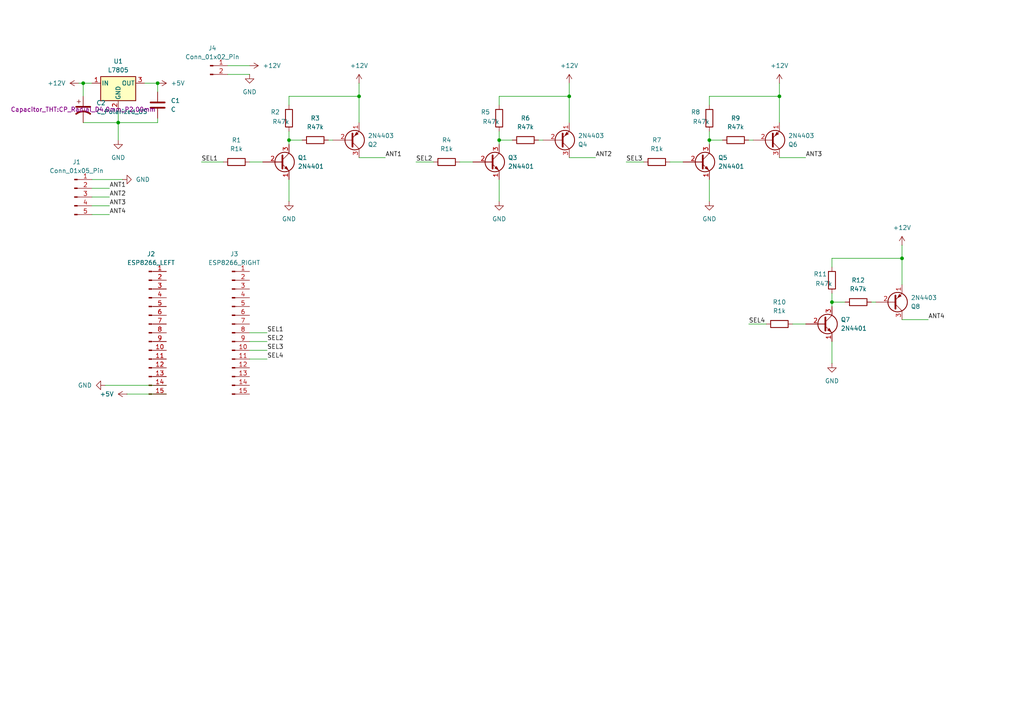
<source format=kicad_sch>
(kicad_sch (version 20231120) (generator "eeschema") (generator_version "8.0")
  (paper "A4")
  (lib_symbols
    (symbol "Connector:Conn_01x02_Pin" (pin_names (offset 1.016) hide)
      (property "Reference" "J" (at 0 2.54 0))
      (property "Value" "Conn_01x02_Pin" (at 0 -5.08 0))
      (symbol "Conn_01x02_Pin_1_1"
        (polyline (pts (xy 1.27 -2.54) (xy 0.8636 -2.54)) (stroke (width 0.1524)))
        (polyline (pts (xy 1.27 0) (xy 0.8636 0)) (stroke (width 0.1524)))
        (rectangle (start 0.8636 -2.413) (end 0 -2.667) (stroke (width 0.1524)) (fill (type outline)))
        (rectangle (start 0.8636 0.127) (end 0 -0.127) (stroke (width 0.1524)) (fill (type outline)))
        (pin passive line (at 5.08 0 180) (length 3.81) (name "Pin_1") (number "1"))
        (pin passive line (at 5.08 -2.54 180) (length 3.81) (name "Pin_2") (number "2"))
      )
    )
    (symbol "Connector:Conn_01x05_Pin" (pin_names (offset 1.016) hide)
      (property "Reference" "J" (at 0 7.62 0))
      (property "Value" "Conn_01x05_Pin" (at 0 -7.62 0))
      (symbol "Conn_01x05_Pin_1_1"
        (polyline (pts (xy 1.27 -5.08) (xy 0.8636 -5.08)) (stroke (width 0.1524)))
        (polyline (pts (xy 1.27 -2.54) (xy 0.8636 -2.54)) (stroke (width 0.1524)))
        (polyline (pts (xy 1.27 0) (xy 0.8636 0)) (stroke (width 0.1524)))
        (polyline (pts (xy 1.27 2.54) (xy 0.8636 2.54)) (stroke (width 0.1524)))
        (polyline (pts (xy 1.27 5.08) (xy 0.8636 5.08)) (stroke (width 0.1524)))
        (rectangle (start 0.8636 -4.953) (end 0 -5.207) (stroke (width 0.1524)) (fill (type outline)))
        (rectangle (start 0.8636 -2.413) (end 0 -2.667) (stroke (width 0.1524)) (fill (type outline)))
        (rectangle (start 0.8636 0.127) (end 0 -0.127) (stroke (width 0.1524)) (fill (type outline)))
        (rectangle (start 0.8636 2.667) (end 0 2.413) (stroke (width 0.1524)) (fill (type outline)))
        (rectangle (start 0.8636 5.207) (end 0 4.953) (stroke (width 0.1524)) (fill (type outline)))
        (pin passive line (at 5.08 5.08 180) (length 3.81) (name "Pin_1") (number "1"))
        (pin passive line (at 5.08 2.54 180) (length 3.81) (name "Pin_2") (number "2"))
        (pin passive line (at 5.08 0 180) (length 3.81) (name "Pin_3") (number "3"))
        (pin passive line (at 5.08 -2.54 180) (length 3.81) (name "Pin_4") (number "4"))
        (pin passive line (at 5.08 -5.08 180) (length 3.81) (name "Pin_5") (number "5"))
      )
    )
    (symbol "Connector:Conn_01x15_Pin" (pin_names (offset 1.016) hide)
      (property "Reference" "J" (at 0 20.32 0))
      (property "Value" "Conn_01x15_Pin" (at 0 -20.32 0))
      (symbol "Conn_01x15_Pin_1_1"
        (polyline (pts (xy 1.27 -17.78) (xy 0.8636 -17.78)) (stroke (width 0.1524)))
        (polyline (pts (xy 1.27 -15.24) (xy 0.8636 -15.24)) (stroke (width 0.1524)))
        (polyline (pts (xy 1.27 -12.7) (xy 0.8636 -12.7)) (stroke (width 0.1524)))
        (polyline (pts (xy 1.27 -10.16) (xy 0.8636 -10.16)) (stroke (width 0.1524)))
        (polyline (pts (xy 1.27 -7.62) (xy 0.8636 -7.62)) (stroke (width 0.1524)))
        (polyline (pts (xy 1.27 -5.08) (xy 0.8636 -5.08)) (stroke (width 0.1524)))
        (polyline (pts (xy 1.27 -2.54) (xy 0.8636 -2.54)) (stroke (width 0.1524)))
        (polyline (pts (xy 1.27 0) (xy 0.8636 0)) (stroke (width 0.1524)))
        (polyline (pts (xy 1.27 2.54) (xy 0.8636 2.54)) (stroke (width 0.1524)))
        (polyline (pts (xy 1.27 5.08) (xy 0.8636 5.08)) (stroke (width 0.1524)))
        (polyline (pts (xy 1.27 7.62) (xy 0.8636 7.62)) (stroke (width 0.1524)))
        (polyline (pts (xy 1.27 10.16) (xy 0.8636 10.16)) (stroke (width 0.1524)))
        (polyline (pts (xy 1.27 12.7) (xy 0.8636 12.7)) (stroke (width 0.1524)))
        (polyline (pts (xy 1.27 15.24) (xy 0.8636 15.24)) (stroke (width 0.1524)))
        (polyline (pts (xy 1.27 17.78) (xy 0.8636 17.78)) (stroke (width 0.1524)))
        (rectangle (start 0.8636 -17.653) (end 0 -17.907) (stroke (width 0.1524)) (fill (type outline)))
        (rectangle (start 0.8636 -15.113) (end 0 -15.367) (stroke (width 0.1524)) (fill (type outline)))
        (rectangle (start 0.8636 -12.573) (end 0 -12.827) (stroke (width 0.1524)) (fill (type outline)))
        (rectangle (start 0.8636 -10.033) (end 0 -10.287) (stroke (width 0.1524)) (fill (type outline)))
        (rectangle (start 0.8636 -7.493) (end 0 -7.747) (stroke (width 0.1524)) (fill (type outline)))
        (rectangle (start 0.8636 -4.953) (end 0 -5.207) (stroke (width 0.1524)) (fill (type outline)))
        (rectangle (start 0.8636 -2.413) (end 0 -2.667) (stroke (width 0.1524)) (fill (type outline)))
        (rectangle (start 0.8636 0.127) (end 0 -0.127) (stroke (width 0.1524)) (fill (type outline)))
        (rectangle (start 0.8636 2.667) (end 0 2.413) (stroke (width 0.1524)) (fill (type outline)))
        (rectangle (start 0.8636 5.207) (end 0 4.953) (stroke (width 0.1524)) (fill (type outline)))
        (rectangle (start 0.8636 7.747) (end 0 7.493) (stroke (width 0.1524)) (fill (type outline)))
        (rectangle (start 0.8636 10.287) (end 0 10.033) (stroke (width 0.1524)) (fill (type outline)))
        (rectangle (start 0.8636 12.827) (end 0 12.573) (stroke (width 0.1524)) (fill (type outline)))
        (rectangle (start 0.8636 15.367) (end 0 15.113) (stroke (width 0.1524)) (fill (type outline)))
        (rectangle (start 0.8636 17.907) (end 0 17.653) (stroke (width 0.1524)) (fill (type outline)))
        (pin passive line (at 5.08 17.78 180) (length 3.81) (name "Pin_1") (number "1"))
        (pin passive line (at 5.08 -5.08 180) (length 3.81) (name "Pin_10") (number "10"))
        (pin passive line (at 5.08 -7.62 180) (length 3.81) (name "Pin_11") (number "11"))
        (pin passive line (at 5.08 -10.16 180) (length 3.81) (name "Pin_12") (number "12"))
        (pin passive line (at 5.08 -12.7 180) (length 3.81) (name "Pin_13") (number "13"))
        (pin passive line (at 5.08 -15.24 180) (length 3.81) (name "Pin_14") (number "14"))
        (pin passive line (at 5.08 -17.78 180) (length 3.81) (name "Pin_15") (number "15"))
        (pin passive line (at 5.08 15.24 180) (length 3.81) (name "Pin_2") (number "2"))
        (pin passive line (at 5.08 12.7 180) (length 3.81) (name "Pin_3") (number "3"))
        (pin passive line (at 5.08 10.16 180) (length 3.81) (name "Pin_4") (number "4"))
        (pin passive line (at 5.08 7.62 180) (length 3.81) (name "Pin_5") (number "5"))
        (pin passive line (at 5.08 5.08 180) (length 3.81) (name "Pin_6") (number "6"))
        (pin passive line (at 5.08 2.54 180) (length 3.81) (name "Pin_7") (number "7"))
        (pin passive line (at 5.08 0 180) (length 3.81) (name "Pin_8") (number "8"))
        (pin passive line (at 5.08 -2.54 180) (length 3.81) (name "Pin_9") (number "9"))
      )
    )
    (symbol "Device:C" (pin_numbers hide) (pin_names (offset 0.254))
      (property "Reference" "C" (at 0.635 2.54 0))
      (property "Value" "C" (at 0.635 -2.54 0))
      (symbol "C_0_1"
        (polyline (pts (xy -2.032 -0.762) (xy 2.032 -0.762)) (stroke (width 0.508)))
        (polyline (pts (xy -2.032 0.762) (xy 2.032 0.762)) (stroke (width 0.508)))
      )
      (symbol "C_1_1"
        (pin passive line (at 0 3.81 270) (length 2.794) (name "~") (number "1"))
        (pin passive line (at 0 -3.81 90) (length 2.794) (name "~") (number "2"))
      )
    )
    (symbol "Device:C_Polarized_US" (pin_numbers hide) (pin_names (offset 0.254) hide)
      (property "Reference" "C" (at 0.635 2.54 0))
      (property "Value" "C_Polarized_US" (at 0.635 -2.54 0))
      (symbol "C_Polarized_US_0_1"
        (polyline (pts (xy -2.032 0.762) (xy 2.032 0.762)) (stroke (width 0.508)))
        (polyline (pts (xy -1.778 2.286) (xy -0.762 2.286)))
        (polyline (pts (xy -1.27 1.778) (xy -1.27 2.794)))
        (arc (start 2.032 -1.27) (mid 0 -0.5572) (end -2.032 -1.27) (stroke (width 0.508)))
      )
      (symbol "C_Polarized_US_1_1"
        (pin passive line (at 0 3.81 270) (length 2.794) (name "~") (number "1"))
        (pin passive line (at 0 -3.81 90) (length 3.302) (name "~") (number "2"))
      )
    )
    (symbol "Device:R" (pin_numbers hide) (pin_names (offset 0))
      (property "Reference" "R" (at 2.032 0 90))
      (property "Value" "R" (at 0 0 90))
      (symbol "R_0_1"
        (rectangle (start -1.016 -2.54) (end 1.016 2.54) (stroke (width 0.254)))
      )
      (symbol "R_1_1"
        (pin passive line (at 0 3.81 270) (length 1.27) (name "~") (number "1"))
        (pin passive line (at 0 -3.81 90) (length 1.27) (name "~") (number "2"))
      )
    )
    (symbol "Regulator_Linear:L7805" (pin_names (offset 0.254))
      (property "Reference" "U" (at -3.81 3.175 0))
      (property "Value" "L7805" (at 0 3.175 0))
      (symbol "L7805_0_1"
        (rectangle (start -5.08 1.905) (end 5.08 -5.08) (stroke (width 0.254)) (fill (type background)))
      )
      (symbol "L7805_1_1"
        (pin power_in line (at -7.62 0 0) (length 2.54) (name "IN") (number "1"))
        (pin power_in line (at 0 -7.62 90) (length 2.54) (name "GND") (number "2"))
        (pin power_out line (at 7.62 0 180) (length 2.54) (name "OUT") (number "3"))
      )
    )
    (symbol "Transistor_BJT:2N4401" (pin_names (offset 0) hide)
      (property "Reference" "Q" (at 5.08 1.905 0))
      (property "Value" "2N4401" (at 5.08 0 0))
      (symbol "2N4401_0_1"
        (polyline (pts (xy 0.635 0.635) (xy 2.54 2.54)))
        (polyline (pts (xy 0.635 -0.635) (xy 2.54 -2.54) (xy 2.54 -2.54)))
        (polyline (pts (xy 0.635 1.905) (xy 0.635 -1.905) (xy 0.635 -1.905)) (stroke (width 0.508)))
        (polyline (pts (xy 1.27 -1.778) (xy 1.778 -1.27) (xy 2.286 -2.286) (xy 1.27 -1.778) (xy 1.27 -1.778)) (fill (type outline)))
        (circle (center 1.27 0) (radius 2.8194) (stroke (width 0.254)))
      )
      (symbol "2N4401_1_1"
        (pin passive line (at 2.54 -5.08 90) (length 2.54) (name "E") (number "1"))
        (pin passive line (at -5.08 0 0) (length 5.715) (name "B") (number "2"))
        (pin passive line (at 2.54 5.08 270) (length 2.54) (name "C") (number "3"))
      )
    )
    (symbol "Transistor_BJT:2N4403" (pin_names (offset 0) hide)
      (property "Reference" "Q" (at 5.08 1.905 0))
      (property "Value" "2N4403" (at 5.08 0 0))
      (symbol "2N4403_0_1"
        (polyline (pts (xy 0.635 0.635) (xy 2.54 2.54)))
        (polyline (pts (xy 0.635 -0.635) (xy 2.54 -2.54) (xy 2.54 -2.54)))
        (polyline (pts (xy 0.635 1.905) (xy 0.635 -1.905) (xy 0.635 -1.905)) (stroke (width 0.508)))
        (polyline (pts (xy 2.286 -1.778) (xy 1.778 -2.286) (xy 1.27 -1.27) (xy 2.286 -1.778) (xy 2.286 -1.778)) (fill (type outline)))
        (circle (center 1.27 0) (radius 2.8194) (stroke (width 0.254)))
      )
      (symbol "2N4403_1_1"
        (pin passive line (at 2.54 -5.08 90) (length 2.54) (name "E") (number "1"))
        (pin input line (at -5.08 0 0) (length 5.715) (name "B") (number "2"))
        (pin passive line (at 2.54 5.08 270) (length 2.54) (name "C") (number "3"))
      )
    )
    (symbol "power:+12V" (power) (pin_numbers hide) (pin_names (offset 0) hide)
      (property "Value" "+12V" (at 0 3.556 0))
      (symbol "+12V_0_1"
        (polyline (pts (xy -0.762 1.27) (xy 0 2.54)))
        (polyline (pts (xy 0 0) (xy 0 2.54)))
        (polyline (pts (xy 0 2.54) (xy 0.762 1.27)))
      )
      (symbol "+12V_1_1"
        (pin power_in line (at 0 0 90) (length 0) (name "~") (number "1"))
      )
    )
    (symbol "power:+5V" (power) (pin_numbers hide) (pin_names (offset 0) hide)
      (property "Value" "+5V" (at 0 3.556 0))
      (symbol "+5V_0_1"
        (polyline (pts (xy -0.762 1.27) (xy 0 2.54)))
        (polyline (pts (xy 0 0) (xy 0 2.54)))
        (polyline (pts (xy 0 2.54) (xy 0.762 1.27)))
      )
      (symbol "+5V_1_1"
        (pin power_in line (at 0 0 90) (length 0) (name "~") (number "1"))
      )
    )
    (symbol "power:GND" (power) (pin_numbers hide) (pin_names (offset 0) hide)
      (property "Value" "GND" (at 0 -3.81 0))
      (symbol "GND_0_1"
        (polyline (pts (xy 0 0) (xy 0 -1.27) (xy 1.27 -1.27) (xy 0 -2.54) (xy -1.27 -1.27) (xy 0 -1.27)))
      )
      (symbol "GND_1_1"
        (pin power_in line (at 0 0 270) (length 0) (name "~") (number "1"))
      )
    )
  )
  (junction (at 226.06 27.94))
  (junction (at 144.78 40.64))
  (junction (at 104.14 27.94))
  (junction (at 165.1 27.94))
  (junction (at 261.62 74.93))
  (junction (at 205.74 40.64))
  (junction (at 83.82 40.64))
  (junction (at 45.72 24.13))
  (junction (at 241.3 87.63))
  (junction (at 34.29 35.56))
  (junction (at 24.13 24.13))
  (wire (pts (xy 144.78 40.64) (xy 148.59 40.64)))
  (wire (pts (xy 72.39 46.99) (xy 76.2 46.99)))
  (wire (pts (xy 58.42 46.99) (xy 64.77 46.99)))
  (wire (pts (xy 26.67 59.69) (xy 31.75 59.69)))
  (wire (pts (xy 205.74 38.1) (xy 205.74 40.64)))
  (wire (pts (xy 181.61 46.99) (xy 186.69 46.99)))
  (wire (pts (xy 83.82 52.07) (xy 83.82 58.42)))
  (wire (pts (xy 205.74 40.64) (xy 209.55 40.64)))
  (wire (pts (xy 144.78 30.48) (xy 144.78 27.94)))
  (wire (pts (xy 252.73 87.63) (xy 254 87.63)))
  (wire (pts (xy 104.14 27.94) (xy 104.14 35.56)))
  (wire (pts (xy 241.3 74.93) (xy 261.62 74.93)))
  (wire (pts (xy 241.3 99.06) (xy 241.3 105.41)))
  (wire (pts (xy 261.62 74.93) (xy 261.62 82.55)))
  (wire (pts (xy 261.62 92.71) (xy 269.24 92.71)))
  (wire (pts (xy 194.31 46.99) (xy 198.12 46.99)))
  (wire (pts (xy 156.21 40.64) (xy 157.48 40.64)))
  (wire (pts (xy 205.74 27.94) (xy 226.06 27.94)))
  (wire (pts (xy 26.67 54.61) (xy 31.75 54.61)))
  (wire (pts (xy 165.1 45.72) (xy 172.72 45.72)))
  (wire (pts (xy 241.3 87.63) (xy 245.11 87.63)))
  (wire (pts (xy 205.74 30.48) (xy 205.74 27.94)))
  (wire (pts (xy 72.39 101.6) (xy 77.47 101.6)))
  (wire (pts (xy 83.82 40.64) (xy 83.82 41.91)))
  (wire (pts (xy 144.78 52.07) (xy 144.78 58.42)))
  (wire (pts (xy 217.17 93.98) (xy 222.25 93.98)))
  (wire (pts (xy 34.29 35.56) (xy 34.29 40.64)))
  (wire (pts (xy 95.25 40.64) (xy 96.52 40.64)))
  (wire (pts (xy 22.86 24.13) (xy 24.13 24.13)))
  (wire (pts (xy 133.35 46.99) (xy 137.16 46.99)))
  (wire (pts (xy 83.82 40.64) (xy 87.63 40.64)))
  (wire (pts (xy 41.91 24.13) (xy 45.72 24.13)))
  (wire (pts (xy 144.78 27.94) (xy 165.1 27.94)))
  (wire (pts (xy 205.74 40.64) (xy 205.74 41.91)))
  (wire (pts (xy 72.39 96.52) (xy 77.47 96.52)))
  (wire (pts (xy 34.29 35.56) (xy 45.72 35.56)))
  (wire (pts (xy 30.48 111.76) (xy 48.26 111.76)))
  (wire (pts (xy 104.14 24.13) (xy 104.14 27.94)))
  (wire (pts (xy 226.06 27.94) (xy 226.06 35.56)))
  (wire (pts (xy 261.62 71.12) (xy 261.62 74.93)))
  (wire (pts (xy 45.72 24.13) (xy 45.72 26.67)))
  (wire (pts (xy 120.65 46.99) (xy 125.73 46.99)))
  (wire (pts (xy 144.78 38.1) (xy 144.78 40.64)))
  (wire (pts (xy 229.87 93.98) (xy 233.68 93.98)))
  (wire (pts (xy 26.67 57.15) (xy 31.75 57.15)))
  (wire (pts (xy 165.1 27.94) (xy 165.1 35.56)))
  (wire (pts (xy 241.3 87.63) (xy 241.3 88.9)))
  (wire (pts (xy 205.74 52.07) (xy 205.74 58.42)))
  (wire (pts (xy 104.14 45.72) (xy 111.76 45.72)))
  (wire (pts (xy 45.72 34.29) (xy 45.72 35.56)))
  (wire (pts (xy 226.06 45.72) (xy 233.68 45.72)))
  (wire (pts (xy 165.1 24.13) (xy 165.1 27.94)))
  (wire (pts (xy 72.39 104.14) (xy 77.47 104.14)))
  (wire (pts (xy 217.17 40.64) (xy 218.44 40.64)))
  (wire (pts (xy 26.67 62.23) (xy 31.75 62.23)))
  (wire (pts (xy 83.82 38.1) (xy 83.82 40.64)))
  (wire (pts (xy 66.04 19.05) (xy 72.39 19.05)))
  (wire (pts (xy 24.13 24.13) (xy 26.67 24.13)))
  (wire (pts (xy 241.3 85.09) (xy 241.3 87.63)))
  (wire (pts (xy 34.29 31.75) (xy 34.29 35.56)))
  (wire (pts (xy 26.67 52.07) (xy 35.56 52.07)))
  (wire (pts (xy 72.39 99.06) (xy 77.47 99.06)))
  (wire (pts (xy 226.06 24.13) (xy 226.06 27.94)))
  (wire (pts (xy 24.13 24.13) (xy 24.13 27.94)))
  (wire (pts (xy 36.83 114.3) (xy 48.26 114.3)))
  (wire (pts (xy 144.78 40.64) (xy 144.78 41.91)))
  (wire (pts (xy 24.13 35.56) (xy 34.29 35.56)))
  (wire (pts (xy 83.82 27.94) (xy 104.14 27.94)))
  (wire (pts (xy 241.3 77.47) (xy 241.3 74.93)))
  (wire (pts (xy 83.82 30.48) (xy 83.82 27.94)))
  (wire (pts (xy 66.04 21.59) (xy 72.39 21.59)))
  (label "ANT2" (at 31.75 57.15 0))
  (label "SEL4" (at 77.47 104.14 0))
  (label "ANT4" (at 269.24 92.71 0))
  (label "SEL1" (at 58.42 46.99 0))
  (label "ANT4" (at 31.75 62.23 0))
  (label "ANT3" (at 233.68 45.72 0))
  (label "SEL1" (at 77.47 96.52 0))
  (label "ANT1" (at 111.76 45.72 0))
  (label "SEL4" (at 217.17 93.98 0))
  (label "SEL3" (at 77.47 101.6 0))
  (label "ANT2" (at 172.72 45.72 0))
  (label "SEL2" (at 120.65 46.99 0))
  (label "SEL3" (at 181.61 46.99 0))
  (label "SEL2" (at 77.47 99.06 0))
  (label "ANT1" (at 31.75 54.61 0))
  (label "ANT3" (at 31.75 59.69 0))
  (symbol (lib_id "power:+12V") (at 226.06 24.13 0) (unit 1)
    (property "Reference" "#PWR010" (effects (hide yes)))
    (property "Value" "+12V" (at 226.06 19.05 0))
    (property "Description" "Power symbol creates a global label with name \"+12V\"" (effects (hide yes)))
  )
  (symbol (lib_id "power:GND") (at 35.56 52.07 90) (unit 1)
    (property "Reference" "#PWR06" (effects (hide yes)))
    (property "Value" "GND" (at 39.37 52.0699 90) (effects (justify right)))
    (property "Description" "Power symbol creates a global label with name \"GND\" , ground" (effects (hide yes)))
  )
  (symbol (lib_id "Device:R") (at 190.5 46.99 90) (unit 1)
    (property "Reference" "R7" (at 190.5 40.64 90))
    (property "Value" "R1k" (at 190.5 43.18 90))
    (property "Footprint" "Resistor_THT:R_Axial_DIN0204_L3.6mm_D1.6mm_P1.90mm_Vertical" (effects (hide yes)))
    (property "Description" "Resistor" (effects (hide yes)))
  )
  (symbol (lib_id "Connector:Conn_01x15_Pin") (at 67.31 96.52 0) (unit 1)
    (property "Reference" "J3" (at 67.945 73.66 0))
    (property "Value" "ESP8266_RIGHT" (at 67.945 76.2 0))
    (property "Footprint" "Connector_PinHeader_1.00mm:PinHeader_1x15_P1.00mm_Vertical" (effects (hide yes)))
    (property "Description" "Generic connector, single row, 01x15, script generated" (effects (hide yes)))
  )
  (symbol (lib_id "Device:R") (at 152.4 40.64 90) (unit 1)
    (property "Reference" "R6" (at 152.4 34.29 90))
    (property "Value" "R47k" (at 152.4 36.83 90))
    (property "Footprint" "Resistor_THT:R_Axial_DIN0204_L3.6mm_D1.6mm_P1.90mm_Vertical" (effects (hide yes)))
    (property "Description" "Resistor" (effects (hide yes)))
  )
  (symbol (lib_id "Connector:Conn_01x02_Pin") (at 60.96 19.05 0) (unit 1)
    (property "Reference" "J4" (at 61.595 13.97 0))
    (property "Value" "Conn_01x02_Pin" (at 61.595 16.51 0))
    (property "Footprint" "Connector_PinHeader_1.00mm:PinHeader_1x02_P1.00mm_Vertical" (effects (hide yes)))
    (property "Description" "Generic connector, single row, 01x02, script generated" (effects (hide yes)))
  )
  (symbol (lib_id "Transistor_BJT:2N4401") (at 238.76 93.98 0) (unit 1)
    (property "Reference" "Q7" (at 243.84 92.7099 0) (effects (justify left)))
    (property "Value" "2N4401" (at 243.84 95.2499 0) (effects (justify left)))
    (property "Footprint" "Package_TO_SOT_THT:TO-92_Inline" (effects (hide yes)))
    (property "Datasheet" "https://www.onsemi.com/pub/Collateral/2N4401-D.PDF" (effects (hide yes)))
    (property "Description" "0.6A Ic, 40V Vce, NPN Transistor, TO-92" (effects (hide yes)))
  )
  (symbol (lib_id "power:GND") (at 72.39 21.59 0) (unit 1)
    (property "Reference" "#PWR016" (effects (hide yes)))
    (property "Value" "GND" (at 72.39 26.67 0))
    (property "Description" "Power symbol creates a global label with name \"GND\" , ground" (effects (hide yes)))
  )
  (symbol (lib_id "Device:R") (at 91.44 40.64 90) (unit 1)
    (property "Reference" "R3" (at 91.44 34.29 90))
    (property "Value" "R47k" (at 91.44 36.83 90))
    (property "Footprint" "Resistor_THT:R_Axial_DIN0204_L3.6mm_D1.6mm_P1.90mm_Vertical" (effects (hide yes)))
    (property "Description" "Resistor" (effects (hide yes)))
  )
  (symbol (lib_id "power:+12V") (at 261.62 71.12 0) (unit 1)
    (property "Reference" "#PWR012" (effects (hide yes)))
    (property "Value" "+12V" (at 261.62 66.04 0))
    (property "Description" "Power symbol creates a global label with name \"+12V\"" (effects (hide yes)))
  )
  (symbol (lib_id "power:GND") (at 83.82 58.42 0) (unit 1)
    (property "Reference" "#PWR05" (effects (hide yes)))
    (property "Value" "GND" (at 83.82 63.5 0))
    (property "Description" "Power symbol creates a global label with name \"GND\" , ground" (effects (hide yes)))
  )
  (symbol (lib_id "power:+12V") (at 22.86 24.13 90) (unit 1)
    (property "Reference" "#PWR01" (effects (hide yes)))
    (property "Value" "+12V" (at 19.05 24.1299 90) (effects (justify left)))
    (property "Description" "Power symbol creates a global label with name \"+12V\"" (effects (hide yes)))
  )
  (symbol (lib_id "Device:R") (at 241.3 81.28 0) (unit 1)
    (property "Reference" "R11" (at 235.966 79.502 0) (effects (justify left)))
    (property "Value" "R47k" (at 236.474 82.296 0) (effects (justify left)))
    (property "Footprint" "Resistor_THT:R_Axial_DIN0204_L3.6mm_D1.6mm_P1.90mm_Vertical" (effects (hide yes)))
    (property "Description" "Resistor" (effects (hide yes)))
  )
  (symbol (lib_id "Transistor_BJT:2N4401") (at 142.24 46.99 0) (unit 1)
    (property "Reference" "Q3" (at 147.32 45.7199 0) (effects (justify left)))
    (property "Value" "2N4401" (at 147.32 48.2599 0) (effects (justify left)))
    (property "Footprint" "Package_TO_SOT_THT:TO-92_Inline" (effects (hide yes)))
    (property "Datasheet" "https://www.onsemi.com/pub/Collateral/2N4401-D.PDF" (effects (hide yes)))
    (property "Description" "0.6A Ic, 40V Vce, NPN Transistor, TO-92" (effects (hide yes)))
  )
  (symbol (lib_id "Transistor_BJT:2N4403") (at 162.56 40.64 0) (mirror x) (unit 1)
    (property "Reference" "Q4" (at 167.64 41.9101 0) (effects (justify left)))
    (property "Value" "2N4403" (at 167.64 39.3701 0) (effects (justify left)))
    (property "Footprint" "Package_TO_SOT_THT:TO-92_Inline" (effects (hide yes)))
    (property "Datasheet" "https://www.onsemi.com/pub/Collateral/2N4403-D.PDF" (effects (hide yes)))
    (property "Description" "-0.6A Ic, -40V Vce, PNP Transistor, TO-92" (effects (hide yes)))
  )
  (symbol (lib_id "power:GND") (at 241.3 105.41 0) (unit 1)
    (property "Reference" "#PWR011" (effects (hide yes)))
    (property "Value" "GND" (at 241.3 110.49 0))
    (property "Description" "Power symbol creates a global label with name \"GND\" , ground" (effects (hide yes)))
  )
  (symbol (lib_id "power:GND") (at 34.29 40.64 0) (unit 1)
    (property "Reference" "#PWR03" (effects (hide yes)))
    (property "Value" "GND" (at 34.29 45.72 0))
    (property "Description" "Power symbol creates a global label with name \"GND\" , ground" (effects (hide yes)))
  )
  (symbol (lib_id "Device:R") (at 248.92 87.63 90) (unit 1)
    (property "Reference" "R12" (at 248.92 81.28 90))
    (property "Value" "R47k" (at 248.92 83.82 90))
    (property "Footprint" "Resistor_THT:R_Axial_DIN0204_L3.6mm_D1.6mm_P1.90mm_Vertical" (effects (hide yes)))
    (property "Description" "Resistor" (effects (hide yes)))
  )
  (symbol (lib_id "power:+5V") (at 45.72 24.13 270) (unit 1)
    (property "Reference" "#PWR02" (effects (hide yes)))
    (property "Value" "+5V" (at 49.53 24.1299 90) (effects (justify left)))
    (property "Description" "Power symbol creates a global label with name \"+5V\"" (effects (hide yes)))
  )
  (symbol (lib_id "Regulator_Linear:L7805") (at 34.29 24.13 0) (unit 1)
    (property "Reference" "U1" (at 34.29 17.78 0))
    (property "Value" "L7805" (at 34.29 20.32 0))
    (property "Footprint" "Package_TO_SOT_THT:TO-220-3_Vertical" (effects (hide yes)))
    (property "Datasheet" "http://www.st.com/content/ccc/resource/technical/document/datasheet/41/4f/b3/b0/12/d4/47/88/CD00000444.pdf/files/CD00000444.pdf/jcr:content/translations/en.CD00000444.pdf" (effects (hide yes)))
    (property "Description" "Positive 1.5A 35V Linear Regulator, Fixed Output 5V, TO-220/TO-263/TO-252" (effects (hide yes)))
  )
  (symbol (lib_id "power:GND") (at 205.74 58.42 0) (unit 1)
    (property "Reference" "#PWR09" (effects (hide yes)))
    (property "Value" "GND" (at 205.74 63.5 0))
    (property "Description" "Power symbol creates a global label with name \"GND\" , ground" (effects (hide yes)))
  )
  (symbol (lib_id "Transistor_BJT:2N4403") (at 101.6 40.64 0) (mirror x) (unit 1)
    (property "Reference" "Q2" (at 106.68 41.9101 0) (effects (justify left)))
    (property "Value" "2N4403" (at 106.68 39.3701 0) (effects (justify left)))
    (property "Footprint" "Package_TO_SOT_THT:TO-92_Inline" (effects (hide yes)))
    (property "Datasheet" "https://www.onsemi.com/pub/Collateral/2N4403-D.PDF" (effects (hide yes)))
    (property "Description" "-0.6A Ic, -40V Vce, PNP Transistor, TO-92" (effects (hide yes)))
  )
  (symbol (lib_id "power:+12V") (at 165.1 24.13 0) (unit 1)
    (property "Reference" "#PWR08" (effects (hide yes)))
    (property "Value" "+12V" (at 165.1 19.05 0))
    (property "Description" "Power symbol creates a global label with name \"+12V\"" (effects (hide yes)))
  )
  (symbol (lib_id "Connector:Conn_01x05_Pin") (at 21.59 57.15 0) (unit 1)
    (property "Reference" "J1" (at 22.225 46.99 0))
    (property "Value" "Conn_01x05_Pin" (at 22.225 49.53 0))
    (property "Footprint" "Connector_JST:JST_EH_B5B-EH-A_1x05_P2.50mm_Vertical" (effects (hide yes)))
    (property "Description" "Generic connector, single row, 01x05, script generated" (effects (hide yes)))
  )
  (symbol (lib_id "Connector:Conn_01x15_Pin") (at 43.18 96.52 0) (unit 1)
    (property "Reference" "J2" (at 43.815 73.66 0))
    (property "Value" "ESP8266_LEFT" (at 43.815 76.2 0))
    (property "Footprint" "Connector_PinHeader_1.00mm:PinHeader_1x15_P1.00mm_Vertical" (effects (hide yes)))
    (property "Description" "Generic connector, single row, 01x15, script generated" (effects (hide yes)))
  )
  (symbol (lib_id "Device:R") (at 213.36 40.64 90) (unit 1)
    (property "Reference" "R9" (at 213.36 34.29 90))
    (property "Value" "R47k" (at 213.36 36.83 90))
    (property "Footprint" "Resistor_THT:R_Axial_DIN0204_L3.6mm_D1.6mm_P1.90mm_Vertical" (effects (hide yes)))
    (property "Description" "Resistor" (effects (hide yes)))
  )
  (symbol (lib_id "Device:R") (at 68.58 46.99 90) (unit 1)
    (property "Reference" "R1" (at 68.58 40.64 90))
    (property "Value" "R1k" (at 68.58 43.18 90))
    (property "Footprint" "Resistor_THT:R_Axial_DIN0204_L3.6mm_D1.6mm_P1.90mm_Vertical" (effects (hide yes)))
    (property "Description" "Resistor" (effects (hide yes)))
  )
  (symbol (lib_id "Transistor_BJT:2N4401") (at 81.28 46.99 0) (unit 1)
    (property "Reference" "Q1" (at 86.36 45.7199 0) (effects (justify left)))
    (property "Value" "2N4401" (at 86.36 48.2599 0) (effects (justify left)))
    (property "Footprint" "Package_TO_SOT_THT:TO-92_Inline" (effects (hide yes)))
    (property "Datasheet" "https://www.onsemi.com/pub/Collateral/2N4401-D.PDF" (effects (hide yes)))
    (property "Description" "0.6A Ic, 40V Vce, NPN Transistor, TO-92" (effects (hide yes)))
  )
  (symbol (lib_id "Device:C_Polarized_US") (at 24.13 31.75 0) (unit 1)
    (property "Reference" "C2" (at 27.94 29.8449 0) (effects (justify left)))
    (property "Value" "C_Polarized_US" (at 27.94 32.3849 0) (effects (justify left)))
    (property "Footprint" "Capacitor_THT:CP_Radial_D4.0mm_P2.00mm" (at 24.13 31.75 0))
    (property "Description" "Polarized capacitor, US symbol" (effects (hide yes)))
  )
  (symbol (lib_id "Device:R") (at 144.78 34.29 0) (unit 1)
    (property "Reference" "R5" (at 139.446 32.512 0) (effects (justify left)))
    (property "Value" "R47k" (at 139.954 35.306 0) (effects (justify left)))
    (property "Footprint" "Resistor_THT:R_Axial_DIN0204_L3.6mm_D1.6mm_P1.90mm_Vertical" (effects (hide yes)))
    (property "Description" "Resistor" (effects (hide yes)))
  )
  (symbol (lib_id "Transistor_BJT:2N4403") (at 223.52 40.64 0) (mirror x) (unit 1)
    (property "Reference" "Q6" (at 228.6 41.9101 0) (effects (justify left)))
    (property "Value" "2N4403" (at 228.6 39.3701 0) (effects (justify left)))
    (property "Footprint" "Package_TO_SOT_THT:TO-92_Inline" (effects (hide yes)))
    (property "Datasheet" "https://www.onsemi.com/pub/Collateral/2N4403-D.PDF" (effects (hide yes)))
    (property "Description" "-0.6A Ic, -40V Vce, PNP Transistor, TO-92" (effects (hide yes)))
  )
  (symbol (lib_id "Transistor_BJT:2N4401") (at 203.2 46.99 0) (unit 1)
    (property "Reference" "Q5" (at 208.28 45.7199 0) (effects (justify left)))
    (property "Value" "2N4401" (at 208.28 48.2599 0) (effects (justify left)))
    (property "Footprint" "Package_TO_SOT_THT:TO-92_Inline" (effects (hide yes)))
    (property "Datasheet" "https://www.onsemi.com/pub/Collateral/2N4401-D.PDF" (effects (hide yes)))
    (property "Description" "0.6A Ic, 40V Vce, NPN Transistor, TO-92" (effects (hide yes)))
  )
  (symbol (lib_id "Device:R") (at 226.06 93.98 90) (unit 1)
    (property "Reference" "R10" (at 226.06 87.63 90))
    (property "Value" "R1k" (at 226.06 90.17 90))
    (property "Footprint" "Resistor_THT:R_Axial_DIN0204_L3.6mm_D1.6mm_P1.90mm_Vertical" (effects (hide yes)))
    (property "Description" "Resistor" (effects (hide yes)))
  )
  (symbol (lib_id "power:GND") (at 30.48 111.76 270) (unit 1)
    (property "Reference" "#PWR014" (effects (hide yes)))
    (property "Value" "GND" (at 26.67 111.7599 90) (effects (justify right)))
    (property "Description" "Power symbol creates a global label with name \"GND\" , ground" (effects (hide yes)))
  )
  (symbol (lib_id "Device:C") (at 45.72 30.48 0) (unit 1)
    (property "Reference" "C1" (at 49.53 29.2099 0) (effects (justify left)))
    (property "Value" "C" (at 49.53 31.7499 0) (effects (justify left)))
    (property "Footprint" "Capacitor_THT:C_Disc_D3.0mm_W1.6mm_P2.50mm" (effects (hide yes)))
    (property "Description" "Unpolarized capacitor" (effects (hide yes)))
  )
  (symbol (lib_id "power:+5V") (at 36.83 114.3 90) (unit 1)
    (property "Reference" "#PWR013" (effects (hide yes)))
    (property "Value" "+5V" (at 33.02 114.2999 90) (effects (justify left)))
    (property "Description" "Power symbol creates a global label with name \"+5V\"" (effects (hide yes)))
  )
  (symbol (lib_id "Transistor_BJT:2N4403") (at 259.08 87.63 0) (mirror x) (unit 1)
    (property "Reference" "Q8" (at 264.16 88.9001 0) (effects (justify left)))
    (property "Value" "2N4403" (at 264.16 86.3601 0) (effects (justify left)))
    (property "Footprint" "Package_TO_SOT_THT:TO-92_Inline" (effects (hide yes)))
    (property "Datasheet" "https://www.onsemi.com/pub/Collateral/2N4403-D.PDF" (effects (hide yes)))
    (property "Description" "-0.6A Ic, -40V Vce, PNP Transistor, TO-92" (effects (hide yes)))
  )
  (symbol (lib_id "power:GND") (at 144.78 58.42 0) (unit 1)
    (property "Reference" "#PWR07" (effects (hide yes)))
    (property "Value" "GND" (at 144.78 63.5 0))
    (property "Description" "Power symbol creates a global label with name \"GND\" , ground" (effects (hide yes)))
  )
  (symbol (lib_id "power:+12V") (at 104.14 24.13 0) (unit 1)
    (property "Reference" "#PWR04" (effects (hide yes)))
    (property "Value" "+12V" (at 104.14 19.05 0))
    (property "Description" "Power symbol creates a global label with name \"+12V\"" (effects (hide yes)))
  )
  (symbol (lib_id "Device:R") (at 205.74 34.29 0) (unit 1)
    (property "Reference" "R8" (at 200.406 32.512 0) (effects (justify left)))
    (property "Value" "R47k" (at 200.914 35.306 0) (effects (justify left)))
    (property "Footprint" "Resistor_THT:R_Axial_DIN0204_L3.6mm_D1.6mm_P1.90mm_Vertical" (effects (hide yes)))
    (property "Description" "Resistor" (effects (hide yes)))
  )
  (symbol (lib_id "Device:R") (at 83.82 34.29 0) (unit 1)
    (property "Reference" "R2" (at 78.486 32.512 0) (effects (justify left)))
    (property "Value" "R47k" (at 78.994 35.306 0) (effects (justify left)))
    (property "Footprint" "Resistor_THT:R_Axial_DIN0204_L3.6mm_D1.6mm_P1.90mm_Vertical" (effects (hide yes)))
    (property "Description" "Resistor" (effects (hide yes)))
  )
  (symbol (lib_id "Device:R") (at 129.54 46.99 90) (unit 1)
    (property "Reference" "R4" (at 129.54 40.64 90))
    (property "Value" "R1k" (at 129.54 43.18 90))
    (property "Footprint" "Resistor_THT:R_Axial_DIN0204_L3.6mm_D1.6mm_P1.90mm_Vertical" (effects (hide yes)))
    (property "Description" "Resistor" (effects (hide yes)))
  )
  (symbol (lib_id "power:+12V") (at 72.39 19.05 270) (unit 1)
    (property "Reference" "#PWR015" (effects (hide yes)))
    (property "Value" "+12V" (at 76.2 19.0499 90) (effects (justify left)))
    (property "Description" "Power symbol creates a global label with name \"+12V\"" (effects (hide yes)))
  )
)
</source>
